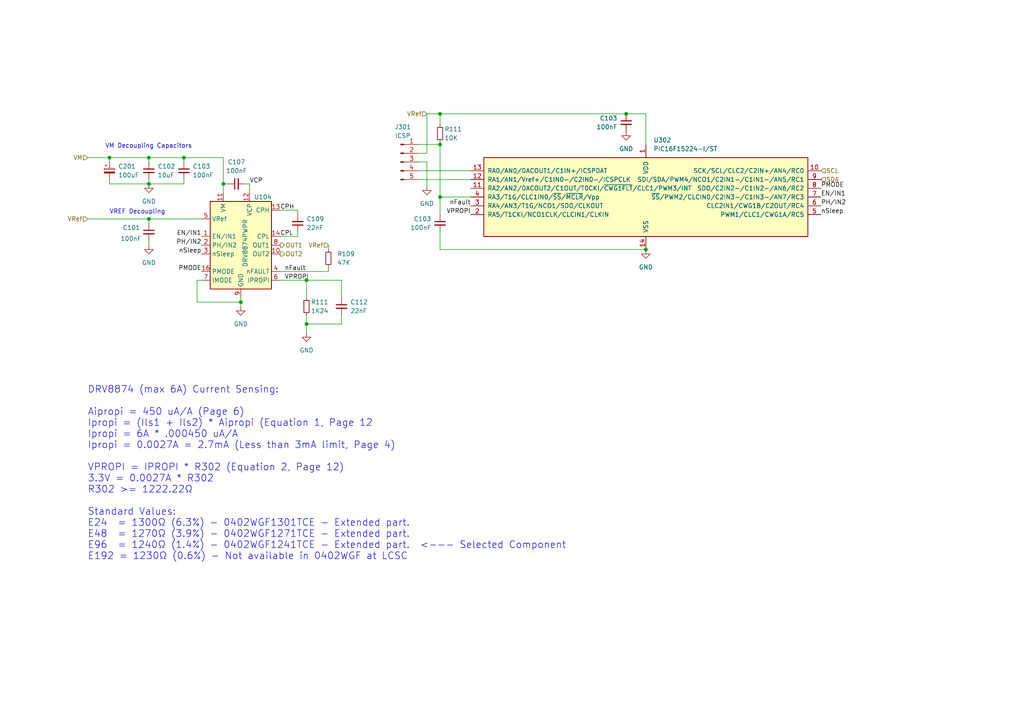
<source format=kicad_sch>
(kicad_sch (version 20230121) (generator eeschema)
  (paper "A4")
  (lib_symbols
    (symbol "Connector:Conn_01x05_Pin" (pin_names (offset 1.016) hide)
      (property "Reference" "J" (at 0 7.62 0))
      (property "Value" "Conn_01x05_Pin" (at 0 -7.62 0))
      (symbol "Conn_01x05_Pin_1_1"
        (polyline (pts (xy 1.27 -5.08) (xy 0.8636 -5.08)) (stroke (width 0.1524)))
        (polyline (pts (xy 1.27 -2.54) (xy 0.8636 -2.54)) (stroke (width 0.1524)))
        (polyline (pts (xy 1.27 0) (xy 0.8636 0)) (stroke (width 0.1524)))
        (polyline (pts (xy 1.27 2.54) (xy 0.8636 2.54)) (stroke (width 0.1524)))
        (polyline (pts (xy 1.27 5.08) (xy 0.8636 5.08)) (stroke (width 0.1524)))
        (rectangle (start 0.8636 -4.953) (end 0 -5.207) (stroke (width 0.1524)) (fill (type outline)))
        (rectangle (start 0.8636 -2.413) (end 0 -2.667) (stroke (width 0.1524)) (fill (type outline)))
        (rectangle (start 0.8636 0.127) (end 0 -0.127) (stroke (width 0.1524)) (fill (type outline)))
        (rectangle (start 0.8636 2.667) (end 0 2.413) (stroke (width 0.1524)) (fill (type outline)))
        (rectangle (start 0.8636 5.207) (end 0 4.953) (stroke (width 0.1524)) (fill (type outline)))
        (pin passive line (at 5.08 5.08 180) (length 3.81) (name "Pin_1") (number "1"))
        (pin passive line (at 5.08 2.54 180) (length 3.81) (name "Pin_2") (number "2"))
        (pin passive line (at 5.08 0 180) (length 3.81) (name "Pin_3") (number "3"))
        (pin passive line (at 5.08 -2.54 180) (length 3.81) (name "Pin_4") (number "4"))
        (pin passive line (at 5.08 -5.08 180) (length 3.81) (name "Pin_5") (number "5"))
      )
    )
    (symbol "DCC-EX-Symbols:DRV8874PWPR"
      (property "Reference" "U15" (at 2.0194 -15.24 0))
      (property "Value" "DRV8874PWPR" (at 2.0194 -17.78 0))
      (symbol "DRV8874PWPR_0_1"
        (rectangle (start -8.89 12.7) (end 8.89 -12.7) (stroke (width 0.254)) (fill (type background)))
      )
      (symbol "DRV8874PWPR_1_1"
        (pin input line (at -11.43 2.54 0) (length 2.54) (name "EN/IN1") (number "1"))
        (pin output line (at 11.43 -2.54 180) (length 2.54) (name "OUT2") (number "10"))
        (pin power_in line (at -5.08 15.24 270) (length 2.54) (name "VM") (number "11"))
        (pin bidirectional line (at 2.54 15.24 270) (length 2.54) (name "VCP") (number "12"))
        (pin bidirectional line (at 11.43 10.16 180) (length 2.54) (name "CPH") (number "13"))
        (pin bidirectional line (at 11.43 2.54 180) (length 2.54) (name "CPL") (number "14"))
        (pin passive line (at 0 -15.24 90) (length 2.54) hide (name "GND") (number "15"))
        (pin input line (at -11.43 -7.62 0) (length 2.54) (name "PMODE") (number "16"))
        (pin passive line (at 0 -15.24 90) (length 2.54) hide (name "GND") (number "17"))
        (pin input line (at -11.43 0 0) (length 2.54) (name "PH/IN2") (number "2"))
        (pin input line (at -11.43 -2.54 0) (length 2.54) (name "nSleep") (number "3"))
        (pin open_collector line (at 11.43 -7.62 180) (length 2.54) (name "nFAULT") (number "4"))
        (pin input line (at -11.43 7.62 0) (length 2.54) (name "VRef") (number "5"))
        (pin power_out line (at 11.43 -10.16 180) (length 2.54) (name "IPROPI") (number "6"))
        (pin input line (at -11.43 -10.16 0) (length 2.54) (name "IMODE") (number "7"))
        (pin output line (at 11.43 0 180) (length 2.54) (name "OUT1") (number "8"))
        (pin power_in line (at 0 -15.24 90) (length 2.54) (name "GND") (number "9"))
      )
    )
    (symbol "Device:C_Polarized_Small" (pin_numbers hide) (pin_names (offset 0.254) hide)
      (property "Reference" "C" (at 0.254 1.778 0))
      (property "Value" "C_Polarized_Small" (at 0.254 -2.032 0))
      (symbol "C_Polarized_Small_0_1"
        (rectangle (start -1.524 -0.3048) (end 1.524 -0.6858) (fill (type outline)))
        (rectangle (start -1.524 0.6858) (end 1.524 0.3048))
        (polyline (pts (xy -1.27 1.524) (xy -0.762 1.524)))
        (polyline (pts (xy -1.016 1.27) (xy -1.016 1.778)))
      )
      (symbol "C_Polarized_Small_1_1"
        (pin passive line (at 0 2.54 270) (length 1.8542) (name "~") (number "1"))
        (pin passive line (at 0 -2.54 90) (length 1.8542) (name "~") (number "2"))
      )
    )
    (symbol "Device:C_Small" (pin_numbers hide) (pin_names (offset 0.254) hide)
      (property "Reference" "C" (at 0.254 1.778 0))
      (property "Value" "C_Small" (at 0.254 -2.032 0))
      (symbol "C_Small_0_1"
        (polyline (pts (xy -1.524 -0.508) (xy 1.524 -0.508)) (stroke (width 0.3302)))
        (polyline (pts (xy -1.524 0.508) (xy 1.524 0.508)) (stroke (width 0.3048)))
      )
      (symbol "C_Small_1_1"
        (pin passive line (at 0 2.54 270) (length 2.032) (name "~") (number "1"))
        (pin passive line (at 0 -2.54 90) (length 2.032) (name "~") (number "2"))
      )
    )
    (symbol "Device:R_Small" (pin_numbers hide) (pin_names (offset 0.254) hide)
      (property "Reference" "R" (at 0.762 0.508 0))
      (property "Value" "R_Small" (at 0.762 -1.016 0))
      (symbol "R_Small_0_1"
        (rectangle (start -0.762 1.778) (end 0.762 -1.778) (stroke (width 0.2032)))
      )
      (symbol "R_Small_1_1"
        (pin passive line (at 0 2.54 270) (length 0.762) (name "~") (number "1"))
        (pin passive line (at 0 -2.54 90) (length 0.762) (name "~") (number "2"))
      )
    )
    (symbol "MCU_Microchip_PIC16:PIC16F1503-IST" (pin_names (offset 1.016))
      (property "Reference" "U" (at -46.99 15.24 0))
      (property "Value" "PIC16F1503-IST" (at -46.99 12.7 0))
      (symbol "PIC16F1503-IST_0_1"
        (rectangle (start -46.99 11.43) (end 46.99 -11.43) (stroke (width 0.254)) (fill (type background)))
      )
      (symbol "PIC16F1503-IST_1_1"
        (pin power_in line (at 0 15.24 270) (length 3.81) (name "VDD") (number "1"))
        (pin bidirectional line (at 50.8 7.62 180) (length 3.81) (name "SCK/SCL/CLC2/C2IN+/AN4/RC0") (number "10"))
        (pin bidirectional line (at -50.8 2.54 0) (length 3.81) (name "RA2/AN2/DACOUT2/C1OUT/T0CKI/~{CWG1FLT}/CLC1/PWM3/INT") (number "11"))
        (pin bidirectional line (at -50.8 5.08 0) (length 3.81) (name "RA1/AN1/Vref+/C1IN0-/C2IN0-/ICSPCLK") (number "12"))
        (pin bidirectional line (at -50.8 7.62 0) (length 3.81) (name "RA0/AN0/DACOUT1/C1IN+/ICSPDAT") (number "13"))
        (pin power_in line (at 0 -15.24 90) (length 3.81) (name "VSS") (number "14"))
        (pin bidirectional line (at -50.8 -5.08 0) (length 3.81) (name "RA5/T1CKI/NCO1CLK/CLCIN1/CLKIN") (number "2"))
        (pin bidirectional line (at -50.8 -2.54 0) (length 3.81) (name "RA4/AN3/T1G/NCO1/SDO/CLKOUT") (number "3"))
        (pin input line (at -50.8 0 0) (length 3.81) (name "RA3/T1G/CLC1IN0/~{SS}/~{MCLR}/Vpp") (number "4"))
        (pin bidirectional line (at 50.8 -5.08 180) (length 3.81) (name "PWM1/CLC1/CWG1A/RC5") (number "5"))
        (pin bidirectional line (at 50.8 -2.54 180) (length 3.81) (name "CLC2IN1/CWG1B/C2OUT/RC4") (number "6"))
        (pin bidirectional line (at 50.8 0 180) (length 3.81) (name "~{SS}/PWM2/CLCIN0/C2IN3-/C1IN3-/AN7/RC3") (number "7"))
        (pin bidirectional line (at 50.8 2.54 180) (length 3.81) (name "SDO/C2IN2-/C1IN2-/AN6/RC2") (number "8"))
        (pin bidirectional line (at 50.8 5.08 180) (length 3.81) (name "SDI/SDA/PWM4/NCO1/C2IN1-/C1IN1-/AN5/RC1") (number "9"))
      )
    )
    (symbol "power:GND" (power) (pin_names (offset 0))
      (property "Value" "GND" (at 0 -3.81 0))
      (symbol "GND_0_1"
        (polyline (pts (xy 0 0) (xy 0 -1.27) (xy 1.27 -1.27) (xy 0 -2.54) (xy -1.27 -1.27) (xy 0 -1.27)))
      )
      (symbol "GND_1_1"
        (pin power_in line (at 0 0 270) (length 0) hide (name "GND") (number "1"))
      )
    )
  )
  (junction (at 69.85 87.63))
  (junction (at 181.61 33.02))
  (junction (at 187.325 72.39))
  (junction (at 31.75 45.72))
  (junction (at 43.18 45.72))
  (junction (at 43.18 53.34))
  (junction (at 64.77 53.34))
  (junction (at 127.635 41.91))
  (junction (at 127.635 33.02))
  (junction (at 88.9 81.28))
  (junction (at 53.34 45.72))
  (junction (at 127.635 57.15))
  (junction (at 88.9 93.98))
  (junction (at 43.18 63.5))
  (wire (pts (xy 53.34 45.72) (xy 53.34 46.99)))
  (wire (pts (xy 43.18 63.5) (xy 58.42 63.5)))
  (wire (pts (xy 25.4 63.5) (xy 43.18 63.5)))
  (wire (pts (xy 43.18 45.72) (xy 53.34 45.72)))
  (wire (pts (xy 25.4 45.72) (xy 31.75 45.72)))
  (wire (pts (xy 43.18 71.12) (xy 43.18 69.85)))
  (wire (pts (xy 127.635 57.15) (xy 127.635 62.23)))
  (wire (pts (xy 127.635 41.275) (xy 127.635 41.91)))
  (wire (pts (xy 121.285 41.91) (xy 127.635 41.91)))
  (wire (pts (xy 88.9 81.28) (xy 99.06 81.28)))
  (wire (pts (xy 64.77 53.34) (xy 66.04 53.34)))
  (wire (pts (xy 31.75 52.07) (xy 31.75 53.34)))
  (wire (pts (xy 187.325 41.91) (xy 187.325 33.02)))
  (wire (pts (xy 123.825 44.45) (xy 123.825 33.02)))
  (wire (pts (xy 53.34 53.34) (xy 43.18 53.34)))
  (wire (pts (xy 121.285 49.53) (xy 136.525 49.53)))
  (wire (pts (xy 71.12 53.34) (xy 72.39 53.34)))
  (wire (pts (xy 57.15 87.63) (xy 69.85 87.63)))
  (wire (pts (xy 123.825 33.02) (xy 127.635 33.02)))
  (wire (pts (xy 53.34 52.07) (xy 53.34 53.34)))
  (wire (pts (xy 72.39 53.34) (xy 72.39 55.88)))
  (wire (pts (xy 81.28 60.96) (xy 86.36 60.96)))
  (wire (pts (xy 121.285 46.99) (xy 123.825 46.99)))
  (wire (pts (xy 95.25 71.12) (xy 95.25 72.39)))
  (wire (pts (xy 187.325 33.02) (xy 181.61 33.02)))
  (wire (pts (xy 31.75 45.72) (xy 31.75 46.99)))
  (wire (pts (xy 43.18 53.34) (xy 43.18 52.07)))
  (wire (pts (xy 69.85 86.36) (xy 69.85 87.63)))
  (wire (pts (xy 127.635 72.39) (xy 187.325 72.39)))
  (wire (pts (xy 43.18 46.99) (xy 43.18 45.72)))
  (wire (pts (xy 31.75 45.72) (xy 43.18 45.72)))
  (wire (pts (xy 86.36 67.31) (xy 86.36 68.58)))
  (wire (pts (xy 88.9 81.28) (xy 88.9 86.36)))
  (wire (pts (xy 181.61 33.02) (xy 127.635 33.02)))
  (wire (pts (xy 81.28 81.28) (xy 88.9 81.28)))
  (wire (pts (xy 57.15 81.28) (xy 57.15 87.63)))
  (wire (pts (xy 69.85 88.9) (xy 69.85 87.63)))
  (wire (pts (xy 53.34 45.72) (xy 64.77 45.72)))
  (wire (pts (xy 127.635 57.15) (xy 136.525 57.15)))
  (wire (pts (xy 64.77 45.72) (xy 64.77 53.34)))
  (wire (pts (xy 88.9 91.44) (xy 88.9 93.98)))
  (wire (pts (xy 86.36 60.96) (xy 86.36 62.23)))
  (wire (pts (xy 43.18 64.77) (xy 43.18 63.5)))
  (wire (pts (xy 127.635 36.195) (xy 127.635 33.02)))
  (wire (pts (xy 57.15 81.28) (xy 58.42 81.28)))
  (wire (pts (xy 127.635 41.91) (xy 127.635 57.15)))
  (wire (pts (xy 99.06 93.98) (xy 88.9 93.98)))
  (wire (pts (xy 121.285 44.45) (xy 123.825 44.45)))
  (wire (pts (xy 99.06 91.44) (xy 99.06 93.98)))
  (wire (pts (xy 81.28 68.58) (xy 86.36 68.58)))
  (wire (pts (xy 88.9 93.98) (xy 88.9 96.52)))
  (wire (pts (xy 127.635 67.31) (xy 127.635 72.39)))
  (wire (pts (xy 31.75 53.34) (xy 43.18 53.34)))
  (wire (pts (xy 95.25 77.47) (xy 95.25 78.74)))
  (wire (pts (xy 123.825 46.99) (xy 123.825 53.975)))
  (wire (pts (xy 99.06 81.28) (xy 99.06 86.36)))
  (wire (pts (xy 121.285 52.07) (xy 136.525 52.07)))
  (wire (pts (xy 64.77 53.34) (xy 64.77 55.88)))
  (wire (pts (xy 81.28 78.74) (xy 95.25 78.74)))
  (text "VM Decoupling Capacitors" (at 30.48 43.18 0) (effects (font (size 1.27 1.27)) (justify left bottom)))
  (text "DRV8874 (max 6A) Current Sensing:\n\nAipropi = 450 uA/A (Page 6)\nIpropi = (Ils1 + Ils2) * Aipropi (Equation 1, Page 12\nIpropi = 6A * .000450 uA/A\nIpropi = 0.0027A = 2.7mA (Less than 3mA limit, Page 4)\n\nVPROPI = IPROPI * R302 (Equation 2, Page 12)\n3.3V = 0.0027A * R302\nR302 >= 1222.22Ω\n\nStandard Values:\nE24  = 1300Ω (6.3%) - 0402WGF1301TCE - Extended part.\nE48  = 1270Ω (3.9%) - 0402WGF1271TCE - Extended part.\nE96  = 1240Ω (1.4%) - 0402WGF1241TCE - Extended part.  <--- Selected Component\nE192 = 1230Ω (0.6%) - Not available in 0402WGF at LCSC" (at 25.4 162.56 0) (effects (font (size 2 2)) (justify left bottom)))
  (text "VREF Decoupling" (at 31.75 62.23 0) (effects (font (size 1.27 1.27)) (justify left bottom)))
  (label "PMODE" (at 238.125 54.61 0))
  (label "VPROPI" (at 136.525 62.23 180))
  (label "CPL" (at 81.28 68.58 0))
  (label "PH{slash}IN2" (at 238.125 59.69 0))
  (label "PMODE" (at 58.42 78.74 180))
  (label "CPH" (at 81.28 60.96 0))
  (label "nFault" (at 136.525 59.69 180))
  (label "VPROPI" (at 82.55 81.28 0))
  (label "EN{slash}IN1" (at 238.125 57.15 0))
  (label "nSleep" (at 238.125 62.23 0))
  (label "nSleep" (at 58.42 73.66 180))
  (label "nFault" (at 82.55 78.74 0))
  (label "VCP" (at 72.39 53.34 0))
  (label "PH{slash}IN2" (at 58.42 71.12 180))
  (label "EN{slash}IN1" (at 58.42 68.58 180))
  (hierarchical_label "VRef" (shape input) (at 25.4 63.5 180))
  (hierarchical_label "OUT2" (shape output) (at 81.28 73.66 0))
  (hierarchical_label "SDA" (shape input) (at 238.125 52.07 0))
  (hierarchical_label "OUT1" (shape output) (at 81.28 71.12 0))
  (hierarchical_label "VM" (shape input) (at 25.4 45.72 180))
  (hierarchical_label "SCL" (shape input) (at 238.125 49.53 0))
  (hierarchical_label "VRef" (shape input) (at 123.825 33.02 180))
  (hierarchical_label "VRef" (shape input) (at 95.25 71.12 180))
  (symbol (lib_id "Device:R_Small") (at 88.9 88.9 0) (unit 1)
    (property "Reference" "R111" (at 90.17 87.63 0) (effects (justify left)))
    (property "Value" "1K24" (at 90.17 90.17 0) (effects (justify left)))
    (property "Footprint" "Resistor_SMD:R_0402_1005Metric" (effects hide))
    (property "LCSC Part #" "C25744" (effects hide))
    (property "rohs_cert_or_in_datasheet" "y" (effects hide))
    (property "Description" "62.5mW Thick Film Resistors ±100ppm/℃ ±1% 10kΩ 0402 Chip Resistor - Surface Mount ROHS" (effects hide))
    (instances (project "motor-shield" (path "" (reference "R111") (unit 1))) (project "EX-MotorShield8874" (path "" (reference "R?") (unit 1)) (path "" (reference "R302") (unit 1)) (path "" (reference "R402") (unit 1))))
  )
  (symbol (lib_id "power:GND") (at 43.18 71.12 0) (unit 1)
    (property "Reference" "#PWR0120" (effects hide))
    (property "Value" "GND" (at 43.18 76.2 0))
    (instances (project "motor-shield" (path "" (reference "#PWR0120") (unit 1))) (project "EX-MotorShield8874" (path "" (reference "#PWR?") (unit 1)) (path "" (reference "#PWR0302") (unit 1)) (path "" (reference "#PWR0402") (unit 1))))
  )
  (symbol (lib_id "Device:C_Small") (at 86.36 64.77 180) (unit 1)
    (property "Reference" "C109" (at 88.9 63.5 0) (effects (justify right)))
    (property "Value" "22nF" (at 88.9 66.04 0) (effects (justify right)))
    (property "Footprint" "Capacitor_SMD:C_0402_1005Metric" (effects hide))
    (property "Datasheet" "Generic" (effects hide))
    (property "LCSC Part #" "C1532" (effects hide))
    (property "rohs_cert_or_in_datasheet" "y" (effects hide))
    (property "Description" "50V 22nF X7R ±10% 0402 Multilayer Ceramic Capacitors MLCC - SMD/SMT ROHS" (effects hide))
    (instances (project "motor-shield" (path "" (reference "C109") (unit 1))) (project "EX-MotorShield8874" (path "" (reference "C?") (unit 1)) (path "" (reference "C305") (unit 1)) (path "" (reference "C405") (unit 1))))
  )
  (symbol (lib_id "Device:C_Small") (at 127.635 64.77 0) (mirror y) (unit 1)
    (property "Reference" "C103" (at 125.095 63.5 0) (effects (justify left)))
    (property "Value" "100nF" (at 125.095 66.04 0) (effects (justify left)))
    (property "Footprint" "Capacitor_SMD:C_0402_1005Metric" (effects hide))
    (property "Datasheet" "Generic" (effects hide))
    (property "LCSC Part #" "C307331" (effects hide))
    (property "rohs_cert_or_in_datasheet" "y" (effects hide))
    (property "Description" "50V 100nF X7R ±10% 0402 Multilayer Ceramic Capacitors MLCC - SMD/SMT ROHS" (effects hide))
    (instances (project "motor-shield" (path "" (reference "C103") (unit 1))) (project "EX-MotorShield8874" (path "" (reference "C?") (unit 1)) (path "" (reference "C308") (unit 1)) (path "" (reference "C408") (unit 1))))
  )
  (symbol (lib_id "Device:C_Polarized_Small") (at 31.75 49.53 0) (unit 1)
    (property "Reference" "C201" (at 34.29 48.26 0) (effects (justify left)))
    (property "Value" "100uF" (at 34.29 50.8 0) (effects (justify left)))
    (property "Footprint" "Capacitor_SMD:CP_Elec_6.3x7.7" (effects hide))
    (property "Datasheet" "https://datasheet.lcsc.com/lcsc/2206241815_ROQANG-RVT1H101M0607_C3151829.pdf" (effects hide))
    (property "LCSC Part #" "C3151829" (effects hide))
    (property "rohs_cert_or_in_datasheet" "y" (effects hide))
    (property "Description" "100uF 50V 229mA@120Hz ±20% SMD,D6.3xL7.7mm Aluminum Electrolytic Capacitors - SMD ROHS" (effects hide))
    (instances (project "motor-shield" (path "" (reference "C201") (unit 1))) (project "EX-MotorShield8874" (path "" (reference "C58") (unit 1)) (path "" (reference "C?") (unit 1)) (path "" (reference "C301") (unit 1)) (path "" (reference "C401") (unit 1))))
  )
  (symbol (lib_id "Device:C_Small") (at 43.18 49.53 0) (unit 1)
    (property "Reference" "C102" (at 45.72 48.26 0) (effects (justify left)))
    (property "Value" "10uF" (at 45.72 50.8 0) (effects (justify left)))
    (property "Footprint" "Capacitor_SMD:C_0805_2012Metric" (effects hide))
    (property "Datasheet" "Generic" (effects hide))
    (property "LCSC Part #" "C440198" (effects hide))
    (property "rohs_cert_or_in_datasheet" "y" (effects hide))
    (property "Description" "50V 10uF X5R ±10% 0805 Multilayer Ceramic Capacitors MLCC - SMD/SMT ROHS" (effects hide))
    (instances (project "motor-shield" (path "" (reference "C102") (unit 1))) (project "EX-MotorShield8874" (path "" (reference "C?") (unit 1)) (path "" (reference "C302") (unit 1)) (path "" (reference "C402") (unit 1))))
  )
  (symbol (lib_id "Connector:Conn_01x05_Pin") (at 116.205 46.99 0) (unit 1)
    (property "Reference" "J301" (at 116.84 36.83 0))
    (property "Value" "ICSP" (at 116.84 39.37 0))
    (property "Footprint" "Connector_PinHeader_2.54mm:PinHeader_1x05_P2.54mm_Vertical" (effects hide))
    (instances (project "EX-MotorShield8874" (path "" (reference "J301") (unit 1)) (path "" (reference "J401") (unit 1))))
  )
  (symbol (lib_id "DCC-EX-Symbols:DRV8874PWPR") (at 69.85 71.12 0) (unit 1)
    (property "Reference" "U104" (at 73.66 57.15 0) (effects (justify left)))
    (property "Value" "DRV8874PWPR" (at 71.12 77.47 90) (effects (justify left)))
    (property "Footprint" "Package_SO:HTSSOP-16-1EP_4.4x5mm_P0.65mm_EP3.4x5mm_Mask2.46x2.31mm_ThermalVias" (effects hide))
    (property "Datasheet" "https://datasheet.lcsc.com/lcsc/2302221400_Texas-Instruments-DRV8874PWPR_C1855818.pdf" (effects hide))
    (property "LCSC Part #" "C1855818" (effects hide))
    (property "rohs_cert_or_in_datasheet" "y" (effects hide))
    (property "Description" "6A Brush DC Motor 4.5V~37V PWM TSSOP-16-EP Motor Driver ICs ROHS" (effects hide))
    (instances (project "motor-shield" (path "" (reference "U104") (unit 1))) (project "EX-MotorShield8874" (path "" (reference "U?") (unit 1)) (path "" (reference "U301") (unit 1)) (path "" (reference "U401") (unit 1))))
  )
  (symbol (lib_id "Device:C_Small") (at 53.34 49.53 0) (unit 1)
    (property "Reference" "C103" (at 55.88 48.26 0) (effects (justify left)))
    (property "Value" "100nF" (at 55.88 50.8 0) (effects (justify left)))
    (property "Footprint" "Capacitor_SMD:C_0402_1005Metric" (effects hide))
    (property "Datasheet" "Generic" (effects hide))
    (property "LCSC Part #" "C307331" (effects hide))
    (property "rohs_cert_or_in_datasheet" "y" (effects hide))
    (property "Description" "50V 100nF X7R ±10% 0402 Multilayer Ceramic Capacitors MLCC - SMD/SMT ROHS" (effects hide))
    (instances (project "motor-shield" (path "" (reference "C103") (unit 1))) (project "EX-MotorShield8874" (path "" (reference "C?") (unit 1)) (path "" (reference "C303") (unit 1)) (path "" (reference "C403") (unit 1))))
  )
  (symbol (lib_id "Device:C_Small") (at 43.18 67.31 0) (unit 1)
    (property "Reference" "C101" (at 35.56 66.04 0) (effects (justify left)))
    (property "Value" "100nF" (at 34.925 69.215 0) (effects (justify left)))
    (property "Footprint" "Capacitor_SMD:C_0402_1005Metric" (effects hide))
    (property "Datasheet" "Generic" (effects hide))
    (property "LCSC Part #" "C307331" (effects hide))
    (property "rohs_cert_or_in_datasheet" "y" (effects hide))
    (property "Description" "50V 100nF X7R ±10% 0402 Multilayer Ceramic Capacitors MLCC - SMD/SMT ROHS" (effects hide))
    (instances (project "motor-shield" (path "" (reference "C101") (unit 1))) (project "EX-MotorShield8874" (path "" (reference "C?") (unit 1)) (path "" (reference "C306") (unit 1)) (path "" (reference "C406") (unit 1))))
  )
  (symbol (lib_id "power:GND") (at 181.61 38.1 0) (unit 1)
    (property "Reference" "#PWR0135" (effects hide))
    (property "Value" "GND" (at 181.61 43.18 0))
    (instances (project "motor-shield" (path "" (reference "#PWR0135") (unit 1))) (project "EX-MotorShield8874" (path "" (reference "#PWR?") (unit 1)) (path "" (reference "#PWR0307") (unit 1)) (path "" (reference "#PWR0407") (unit 1))))
  )
  (symbol (lib_id "Device:R_Small") (at 95.25 74.93 0) (unit 1)
    (property "Reference" "R109" (at 97.79 73.6599 0) (effects (justify left)))
    (property "Value" "47K" (at 97.79 76.1999 0) (effects (justify left)))
    (property "Footprint" "Resistor_SMD:R_0402_1005Metric" (effects hide))
    (property "LCSC Part #" "C25792" (effects hide))
    (property "rohs_cert_or_in_datasheet" "y" (effects hide))
    (property "Description" "62.5mW Thick Film Resistors ±100ppm/℃ ±1% 47kΩ 0402 Chip Resistor - Surface Mount ROHS" (effects hide))
    (instances (project "motor-shield" (path "" (reference "R109") (unit 1))) (project "EX-MotorShield8874" (path "" (reference "R?") (unit 1)) (path "" (reference "R301") (unit 1)) (path "" (reference "R401") (unit 1))))
  )
  (symbol (lib_id "Device:R_Small") (at 127.635 38.735 0) (unit 1)
    (property "Reference" "R111" (at 128.905 37.465 0) (effects (justify left)))
    (property "Value" "10K" (at 128.905 40.005 0) (effects (justify left)))
    (property "Footprint" "Resistor_SMD:R_0402_1005Metric" (effects hide))
    (property "LCSC Part #" "C25744" (effects hide))
    (property "rohs_cert_or_in_datasheet" "y" (effects hide))
    (property "Description" "62.5mW Thick Film Resistors ±100ppm/℃ ±1% 10kΩ 0402 Chip Resistor - Surface Mount ROHS" (effects hide))
    (instances (project "motor-shield" (path "" (reference "R111") (unit 1))) (project "EX-MotorShield8874" (path "" (reference "R?") (unit 1)) (path "" (reference "R303") (unit 1)) (path "" (reference "R403") (unit 1))))
  )
  (symbol (lib_id "power:GND") (at 123.825 53.975 0) (unit 1)
    (property "Reference" "#PWR0135" (effects hide))
    (property "Value" "GND" (at 123.825 59.055 0))
    (instances (project "motor-shield" (path "" (reference "#PWR0135") (unit 1))) (project "EX-MotorShield8874" (path "" (reference "#PWR?") (unit 1)) (path "" (reference "#PWR0305") (unit 1)) (path "" (reference "#PWR0405") (unit 1))))
  )
  (symbol (lib_id "power:GND") (at 69.85 88.9 0) (unit 1)
    (property "Reference" "#PWR0132" (effects hide))
    (property "Value" "GND" (at 69.85 93.98 0))
    (instances (project "motor-shield" (path "" (reference "#PWR0132") (unit 1))) (project "EX-MotorShield8874" (path "" (reference "#PWR?") (unit 1)) (path "" (reference "#PWR0303") (unit 1)) (path "" (reference "#PWR0403") (unit 1))))
  )
  (symbol (lib_id "Device:C_Small") (at 68.58 53.34 90) (unit 1)
    (property "Reference" "C107" (at 68.5863 46.99 90))
    (property "Value" "100nF" (at 68.5863 49.53 90))
    (property "Footprint" "Capacitor_SMD:C_0402_1005Metric" (effects hide))
    (property "Datasheet" "Generic" (effects hide))
    (property "LCSC Part #" "C307331" (effects hide))
    (property "rohs_cert_or_in_datasheet" "y" (effects hide))
    (property "Description" "50V 100nF X7R ±10% 0402 Multilayer Ceramic Capacitors MLCC - SMD/SMT ROHS" (effects hide))
    (instances (project "motor-shield" (path "" (reference "C107") (unit 1))) (project "EX-MotorShield8874" (path "" (reference "C?") (unit 1)) (path "" (reference "C304") (unit 1)) (path "" (reference "C404") (unit 1))))
  )
  (symbol (lib_id "Device:C_Small") (at 99.06 88.9 0) (unit 1)
    (property "Reference" "C112" (at 101.6 87.63 0) (effects (justify left)))
    (property "Value" "22nF" (at 101.6 90.17 0) (effects (justify left)))
    (property "Footprint" "Capacitor_SMD:C_0402_1005Metric" (effects hide))
    (property "Datasheet" "Generic" (effects hide))
    (property "LCSC Part #" "C1532" (effects hide))
    (property "rohs_cert_or_in_datasheet" "y" (effects hide))
    (property "Description" "50V 22nF X7R ±10% 0402 Multilayer Ceramic Capacitors MLCC - SMD/SMT ROHS" (effects hide))
    (instances (project "motor-shield" (path "" (reference "C112") (unit 1))) (project "EX-MotorShield8874" (path "" (reference "C?") (unit 1)) (path "" (reference "C307") (unit 1)) (path "" (reference "C407") (unit 1))))
  )
  (symbol (lib_id "power:GND") (at 187.325 72.39 0) (unit 1)
    (property "Reference" "#PWR0135" (effects hide))
    (property "Value" "GND" (at 187.325 77.47 0))
    (instances (project "motor-shield" (path "" (reference "#PWR0135") (unit 1))) (project "EX-MotorShield8874" (path "" (reference "#PWR?") (unit 1)) (path "" (reference "#PWR0306") (unit 1)) (path "" (reference "#PWR0406") (unit 1))))
  )
  (symbol (lib_id "Device:C_Small") (at 181.61 35.56 0) (mirror y) (unit 1)
    (property "Reference" "C103" (at 179.07 34.29 0) (effects (justify left)))
    (property "Value" "100nF" (at 179.07 36.83 0) (effects (justify left)))
    (property "Footprint" "Capacitor_SMD:C_0402_1005Metric" (effects hide))
    (property "Datasheet" "Generic" (effects hide))
    (property "LCSC Part #" "C307331" (effects hide))
    (property "rohs_cert_or_in_datasheet" "y" (effects hide))
    (property "Description" "50V 100nF X7R ±10% 0402 Multilayer Ceramic Capacitors MLCC - SMD/SMT ROHS" (effects hide))
    (instances (project "motor-shield" (path "" (reference "C103") (unit 1))) (project "EX-MotorShield8874" (path "" (reference "C?") (unit 1)) (path "" (reference "C309") (unit 1)) (path "" (reference "C409") (unit 1))))
  )
  (symbol (lib_id "MCU_Microchip_PIC16:PIC16F1503-IST") (at 187.325 57.15 0) (unit 1)
    (property "Reference" "U302" (at 189.5191 40.64 0) (effects (justify left)))
    (property "Value" "PIC16F15224-I/ST" (at 189.5191 43.18 0) (effects (justify left)))
    (property "Footprint" "Package_SO:TSSOP-14_4.4x5mm_P0.65mm" (effects hide))
    (property "Datasheet" "http://ww1.microchip.com/downloads/en/DeviceDoc/41607A.pdf" (effects hide))
    (property "Description" "7KB 1.8V~5.5V PIC 32MHz 11 TSSOP-14 Microcontroller Units (MCUs/MPUs/SOCs) ROHS" (effects hide))
    (property "LCSC Part #" "C3237210" (effects hide))
    (instances (project "EX-MotorShield8874" (path "" (reference "U302") (unit 1)) (path "" (reference "U402") (unit 1))))
  )
  (symbol (lib_id "power:GND") (at 43.18 53.34 0) (unit 1)
    (property "Reference" "#PWR0122" (effects hide))
    (property "Value" "GND" (at 43.18 58.42 0))
    (instances (project "motor-shield" (path "" (reference "#PWR0122") (unit 1))) (project "EX-MotorShield8874" (path "" (reference "#PWR?") (unit 1)) (path "" (reference "#PWR0301") (unit 1)) (path "" (reference "#PWR0401") (unit 1))))
  )
  (symbol (lib_id "power:GND") (at 88.9 96.52 0) (unit 1)
    (property "Reference" "#PWR0135" (effects hide))
    (property "Value" "GND" (at 88.9 101.6 0))
    (instances (project "motor-shield" (path "" (reference "#PWR0135") (unit 1))) (project "EX-MotorShield8874" (path "" (reference "#PWR?") (unit 1)) (path "" (reference "#PWR0304") (unit 1)) (path "" (reference "#PWR0404") (unit 1))))
  )
)
</source>
